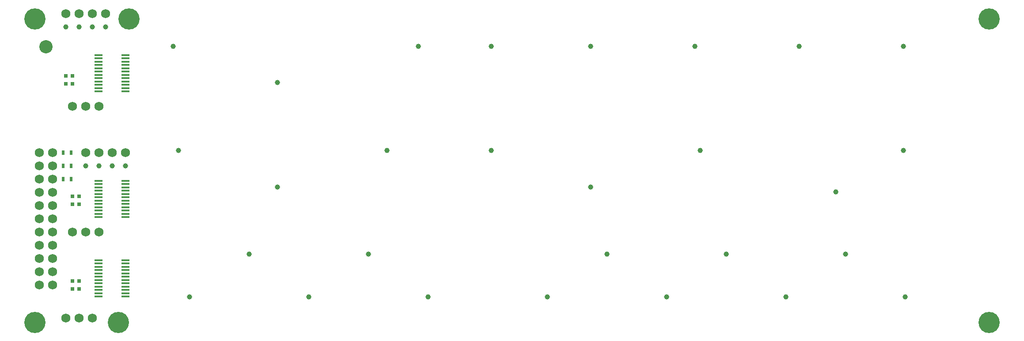
<source format=gbr>
G04 #@! TF.FileFunction,Soldermask,Bot*
%FSLAX46Y46*%
G04 Gerber Fmt 4.6, Leading zero omitted, Abs format (unit mm)*
G04 Created by KiCad (PCBNEW 4.0.4-stable) date 03/02/17 16:11:59*
%MOMM*%
%LPD*%
G01*
G04 APERTURE LIST*
%ADD10C,0.100000*%
%ADD11R,1.500000X0.300000*%
%ADD12C,4.064000*%
%ADD13C,2.540000*%
%ADD14C,1.727200*%
%ADD15C,1.000000*%
%ADD16R,0.750000X0.800000*%
%ADD17R,0.500000X0.900000*%
G04 APERTURE END LIST*
D10*
D11*
X22920000Y7937500D03*
X17720000Y7937500D03*
X22920000Y8572500D03*
X17720000Y8572500D03*
X22920000Y9207500D03*
X17720000Y9207500D03*
X22920000Y9842500D03*
X17720000Y9842500D03*
X22920000Y10477500D03*
X17720000Y10477500D03*
X22920000Y11112500D03*
X17720000Y11112500D03*
X22920000Y11747500D03*
X17720000Y11747500D03*
X22920000Y12382500D03*
X17720000Y12382500D03*
X22920000Y13017500D03*
X17720000Y13017500D03*
X22920000Y13652500D03*
X17720000Y13652500D03*
X22920000Y14287500D03*
X17720000Y14287500D03*
X22920000Y14922500D03*
X17720000Y14922500D03*
D12*
X21540000Y3000000D03*
X23540000Y61250000D03*
X188420000Y3000000D03*
X188420000Y61250000D03*
X5540000Y61250000D03*
X5540000Y3000000D03*
D13*
X7620000Y55880000D03*
D14*
X6350000Y35560000D03*
X8890000Y35560000D03*
X6350000Y25400000D03*
X8890000Y25400000D03*
X6350000Y33020000D03*
X8890000Y33020000D03*
D15*
X32000000Y56000000D03*
X52000000Y49000000D03*
X79000000Y56000000D03*
X93000000Y56000000D03*
X112000000Y56000000D03*
X132000000Y56000000D03*
X152000000Y56000000D03*
X172000000Y56000000D03*
X11430000Y59690000D03*
X13970000Y59690000D03*
X16510000Y59690000D03*
X19050000Y59690000D03*
X33000000Y36000000D03*
X52000000Y29000000D03*
X73000000Y36000000D03*
X93000000Y36000000D03*
X112000000Y29000000D03*
X133000000Y36000000D03*
X159000000Y28000000D03*
X172000000Y36000000D03*
X15240000Y33020000D03*
X17780000Y33020000D03*
X20320000Y33020000D03*
X22860000Y33020000D03*
X35188600Y7875000D03*
X46617100Y16125000D03*
X58045800Y7875000D03*
X69474400Y16125000D03*
X80903000Y7875000D03*
X103760200Y7875000D03*
X115188800Y16125000D03*
X126617400Y7875000D03*
X138046000Y16125000D03*
X149474600Y7875000D03*
X160903200Y16125000D03*
X172331800Y7875000D03*
D14*
X6350000Y27940000D03*
X8890000Y27940000D03*
X6350000Y30480000D03*
X8890000Y30480000D03*
X6350000Y22860000D03*
X8890000Y22860000D03*
X6350000Y20320000D03*
X8890000Y20320000D03*
X6350000Y17780000D03*
X8890000Y17780000D03*
X6350000Y15240000D03*
X8890000Y15240000D03*
X6350000Y12700000D03*
X8890000Y12700000D03*
X6350000Y10160000D03*
X8890000Y10160000D03*
X11430000Y62230000D03*
X13970000Y62230000D03*
X16510000Y62230000D03*
X19050000Y62230000D03*
X15240000Y35560000D03*
X17780000Y35560000D03*
X20320000Y35560000D03*
X22860000Y35560000D03*
D16*
X12700000Y50280000D03*
X12700000Y48780000D03*
X11430000Y50280000D03*
X11430000Y48780000D03*
X13970000Y27166000D03*
X13970000Y25666000D03*
X12700000Y27166000D03*
X12700000Y25666000D03*
X13970000Y10910000D03*
X13970000Y9410000D03*
X12700000Y10910000D03*
X12700000Y9410000D03*
D14*
X17780000Y44450000D03*
X17780000Y20320000D03*
X16510000Y3810000D03*
X15240000Y44450000D03*
X15240000Y20320000D03*
X13970000Y3810000D03*
X12700000Y44450000D03*
X12700000Y20320000D03*
X11430000Y3810000D03*
D17*
X12446000Y33020000D03*
X10946000Y33020000D03*
X12434000Y30480000D03*
X10934000Y30480000D03*
X12434000Y35560000D03*
X10934000Y35560000D03*
D11*
X22920000Y47307500D03*
X17720000Y47307500D03*
X22920000Y47942500D03*
X17720000Y47942500D03*
X22920000Y48577500D03*
X17720000Y48577500D03*
X22920000Y49212500D03*
X17720000Y49212500D03*
X22920000Y49847500D03*
X17720000Y49847500D03*
X22920000Y50482500D03*
X17720000Y50482500D03*
X22920000Y51117500D03*
X17720000Y51117500D03*
X22920000Y51752500D03*
X17720000Y51752500D03*
X22920000Y52387500D03*
X17720000Y52387500D03*
X22920000Y53022500D03*
X17720000Y53022500D03*
X22920000Y53657500D03*
X17720000Y53657500D03*
X22920000Y54292500D03*
X17720000Y54292500D03*
X22920000Y23177500D03*
X17720000Y23177500D03*
X22920000Y23812500D03*
X17720000Y23812500D03*
X22920000Y24447500D03*
X17720000Y24447500D03*
X22920000Y25082500D03*
X17720000Y25082500D03*
X22920000Y25717500D03*
X17720000Y25717500D03*
X22920000Y26352500D03*
X17720000Y26352500D03*
X22920000Y26987500D03*
X17720000Y26987500D03*
X22920000Y27622500D03*
X17720000Y27622500D03*
X22920000Y28257500D03*
X17720000Y28257500D03*
X22920000Y28892500D03*
X17720000Y28892500D03*
X22920000Y29527500D03*
X17720000Y29527500D03*
X22920000Y30162500D03*
X17720000Y30162500D03*
M02*

</source>
